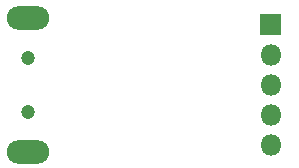
<source format=gbs>
%TF.GenerationSoftware,KiCad,Pcbnew,(5.1.10)-1*%
%TF.CreationDate,2021-07-14T15:21:13+08:00*%
%TF.ProjectId,usb-ttl,7573622d-7474-46c2-9e6b-696361645f70,rev?*%
%TF.SameCoordinates,Original*%
%TF.FileFunction,Soldermask,Bot*%
%TF.FilePolarity,Negative*%
%FSLAX46Y46*%
G04 Gerber Fmt 4.6, Leading zero omitted, Abs format (unit mm)*
G04 Created by KiCad (PCBNEW (5.1.10)-1) date 2021-07-14 15:21:13*
%MOMM*%
%LPD*%
G01*
G04 APERTURE LIST*
%ADD10O,1.800000X1.800000*%
%ADD11C,1.200000*%
%ADD12O,3.600000X2.000000*%
G04 APERTURE END LIST*
D10*
%TO.C,J2*%
X124200000Y-126080000D03*
X124200000Y-123540000D03*
X124200000Y-121000000D03*
X124200000Y-118460000D03*
G36*
G01*
X123300000Y-116770000D02*
X123300000Y-115070000D01*
G75*
G02*
X123350000Y-115020000I50000J0D01*
G01*
X125050000Y-115020000D01*
G75*
G02*
X125100000Y-115070000I0J-50000D01*
G01*
X125100000Y-116770000D01*
G75*
G02*
X125050000Y-116820000I-50000J0D01*
G01*
X123350000Y-116820000D01*
G75*
G02*
X123300000Y-116770000I0J50000D01*
G01*
G37*
%TD*%
D11*
%TO.C,J1*%
X103700000Y-118700000D03*
X103700000Y-123300000D03*
D12*
X103700000Y-115300000D03*
X103700000Y-126700000D03*
%TD*%
M02*

</source>
